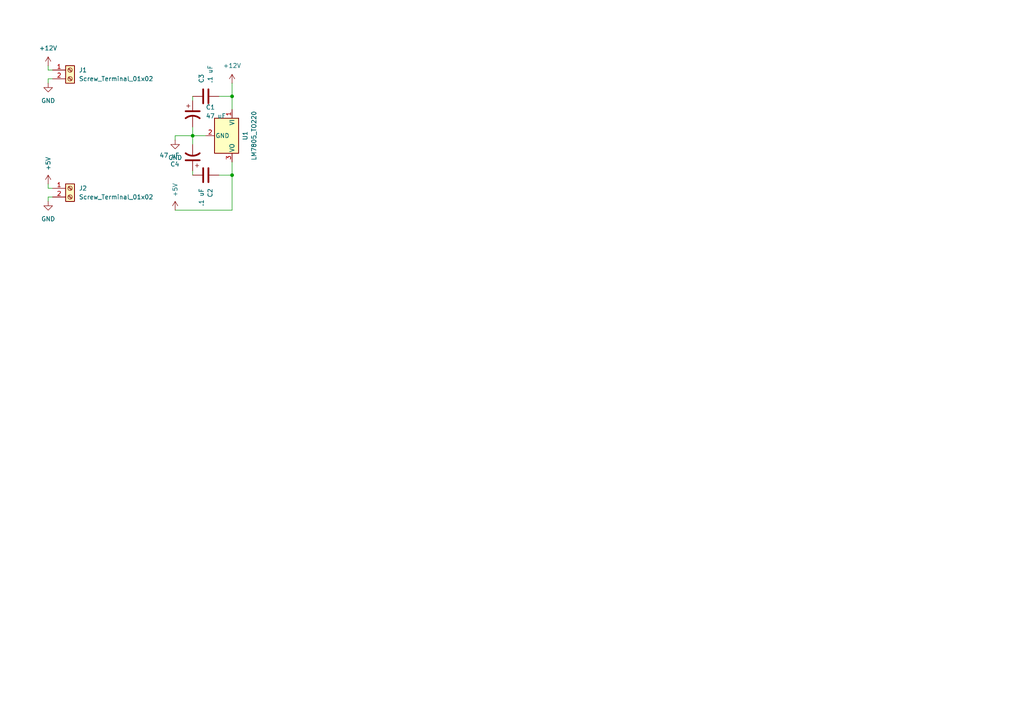
<source format=kicad_sch>
(kicad_sch (version 20250114) (generator "eeschema") (generator_version "9.0")
  (paper "A4")
  (title_block (title "12v to 5v Inverter") (date "10/6/2025") (rev "1.0.0") (company "PCR") (comment 1 "©2025, Aiden Nemec."))
  (lib_symbols
    (symbol "Connector:Screw_Terminal_01x02" (pin_names (offset 1.016) (hide yes))
      (property "Reference" "J" (at 0 2.54 0))
      (property "Value" "Screw_Terminal_01x02" (at 0 -5.08 0))
      (symbol "Screw_Terminal_01x02_1_1"
        (rectangle (start -1.27 1.27) (end 1.27 -3.81) (stroke (width 0.254)) (fill (type background)))
        (polyline (pts (xy -0.5334 0.3302) (xy 0.3302 -0.508)) (stroke (width 0.1524)))
        (polyline (pts (xy -0.5334 -2.2098) (xy 0.3302 -3.048)) (stroke (width 0.1524)))
        (polyline (pts (xy -0.3556 0.508) (xy 0.508 -0.3302)) (stroke (width 0.1524)))
        (polyline (pts (xy -0.3556 -2.032) (xy 0.508 -2.8702)) (stroke (width 0.1524)))
        (circle (center 0 0) (radius 0.635) (stroke (width 0.1524)))
        (circle (center 0 -2.54) (radius 0.635) (stroke (width 0.1524)))
        (pin passive line (at -5.08 0 0) (length 3.81) (name "Pin_1") (number "1"))
        (pin passive line (at -5.08 -2.54 0) (length 3.81) (name "Pin_2") (number "2"))
      )
    )
    (symbol "Device:C" (pin_numbers (hide yes)) (pin_names (offset 0.254))
      (property "Reference" "C" (at 0.635 2.54 0))
      (property "Value" "C" (at 0.635 -2.54 0))
      (symbol "C_0_1"
        (polyline (pts (xy -2.032 0.762) (xy 2.032 0.762)) (stroke (width 0.508)))
        (polyline (pts (xy -2.032 -0.762) (xy 2.032 -0.762)) (stroke (width 0.508)))
      )
      (symbol "C_1_1"
        (pin passive line (at 0 3.81 270) (length 2.794) (name "~") (number "1"))
        (pin passive line (at 0 -3.81 90) (length 2.794) (name "~") (number "2"))
      )
    )
    (symbol "Device:C_Polarized_US" (pin_numbers (hide yes)) (pin_names (offset 0.254) (hide yes))
      (property "Reference" "C" (at 0.635 2.54 0))
      (property "Value" "C_Polarized_US" (at 0.635 -2.54 0))
      (symbol "C_Polarized_US_0_1"
        (polyline (pts (xy -2.032 0.762) (xy 2.032 0.762)) (stroke (width 0.508)))
        (polyline (pts (xy -1.778 2.286) (xy -0.762 2.286)))
        (polyline (pts (xy -1.27 1.778) (xy -1.27 2.794)))
        (arc (start -2.032 -1.27) (mid 0 -0.5572) (end 2.032 -1.27) (stroke (width 0.508)))
      )
      (symbol "C_Polarized_US_1_1"
        (pin passive line (at 0 3.81 270) (length 2.794) (name "~") (number "1"))
        (pin passive line (at 0 -3.81 90) (length 3.302) (name "~") (number "2"))
      )
    )
    (symbol "Regulator_Linear:LM7805_TO220" (pin_names (offset 0.254))
      (property "Reference" "U" (at -3.81 3.175 0))
      (property "Value" "LM7805_TO220" (at 0 3.175 0))
      (symbol "LM7805_TO220_0_1"
        (rectangle (start -5.08 1.905) (end 5.08 -5.08) (stroke (width 0.254)) (fill (type background)))
      )
      (symbol "LM7805_TO220_1_1"
        (pin power_in line (at -7.62 0 0) (length 2.54) (name "VI") (number "1"))
        (pin power_in line (at 0 -7.62 90) (length 2.54) (name "GND") (number "2"))
        (pin power_out line (at 7.62 0 180) (length 2.54) (name "VO") (number "3"))
      )
    )
    (symbol "power:+12V" (power) (pin_numbers (hide yes)) (pin_names (offset 0) (hide yes))
      (property "Value" "+12V" (at 0 3.556 0))
      (symbol "+12V_0_1"
        (polyline (pts (xy -0.762 1.27) (xy 0 2.54)))
        (polyline (pts (xy 0 2.54) (xy 0.762 1.27)))
        (polyline (pts (xy 0 0) (xy 0 2.54)))
      )
      (symbol "+12V_1_1"
        (pin power_in line (at 0 0 90) (length 0) (name "~") (number "1"))
      )
    )
    (symbol "power:+5V" (power) (pin_numbers (hide yes)) (pin_names (offset 0) (hide yes))
      (property "Value" "+5V" (at 0 3.556 0))
      (symbol "+5V_0_1"
        (polyline (pts (xy -0.762 1.27) (xy 0 2.54)))
        (polyline (pts (xy 0 2.54) (xy 0.762 1.27)))
        (polyline (pts (xy 0 0) (xy 0 2.54)))
      )
      (symbol "+5V_1_1"
        (pin power_in line (at 0 0 90) (length 0) (name "~") (number "1"))
      )
    )
    (symbol "power:GND" (power) (pin_numbers (hide yes)) (pin_names (offset 0) (hide yes))
      (property "Value" "GND" (at 0 -3.81 0))
      (symbol "GND_0_1"
        (polyline (pts (xy 0 0) (xy 0 -1.27) (xy 1.27 -1.27) (xy 0 -2.54) (xy -1.27 -1.27) (xy 0 -1.27)))
      )
      (symbol "GND_1_1"
        (pin power_in line (at 0 0 270) (length 0) (name "~") (number "1"))
      )
    )
  )
  (junction (at 67.31 27.94))
  (junction (at 67.31 50.8))
  (junction (at 55.88 39.37))
  (wire (pts (xy 13.97 22.86) (xy 15.24 22.86)))
  (wire (pts (xy 13.97 20.32) (xy 13.97 19.05)))
  (wire (pts (xy 63.5 50.8) (xy 67.31 50.8)))
  (wire (pts (xy 55.88 27.94) (xy 55.88 29.21)))
  (wire (pts (xy 50.8 39.37) (xy 55.88 39.37)))
  (wire (pts (xy 67.31 27.94) (xy 67.31 31.75)))
  (wire (pts (xy 13.97 53.34) (xy 13.97 54.61)))
  (wire (pts (xy 55.88 39.37) (xy 55.88 41.91)))
  (wire (pts (xy 55.88 49.53) (xy 55.88 50.8)))
  (wire (pts (xy 67.31 46.99) (xy 67.31 50.8)))
  (wire (pts (xy 63.5 27.94) (xy 67.31 27.94)))
  (wire (pts (xy 50.8 40.64) (xy 50.8 39.37)))
  (wire (pts (xy 50.8 60.96) (xy 67.31 60.96)))
  (wire (pts (xy 15.24 20.32) (xy 13.97 20.32)))
  (wire (pts (xy 13.97 57.15) (xy 13.97 58.42)))
  (wire (pts (xy 59.69 39.37) (xy 55.88 39.37)))
  (wire (pts (xy 13.97 24.13) (xy 13.97 22.86)))
  (wire (pts (xy 13.97 54.61) (xy 15.24 54.61)))
  (wire (pts (xy 67.31 50.8) (xy 67.31 60.96)))
  (wire (pts (xy 15.24 57.15) (xy 13.97 57.15)))
  (wire (pts (xy 67.31 24.13) (xy 67.31 27.94)))
  (wire (pts (xy 55.88 36.83) (xy 55.88 39.37)))
  (symbol (lib_id "power:GND") (at 50.8 40.64 0) (unit 1)
    (property "Reference" "#PWR05" (effects (hide yes)))
    (property "Value" "GND" (at 50.8 45.72 0))
    (property "Description" "Power symbol creates a global label with name \"GND\" , ground" (effects (hide yes)))
  )
  (symbol (lib_id "power:GND") (at 13.97 58.42 0) (unit 1)
    (property "Reference" "#PWR04" (effects (hide yes)))
    (property "Value" "GND" (at 13.97 63.5 0))
    (property "Description" "Power symbol creates a global label with name \"GND\" , ground" (effects (hide yes)))
  )
  (symbol (lib_id "Device:C") (at 59.69 27.94 90) (unit 1)
    (property "Reference" "C3" (at 58.4199 24.13 0) (effects (justify left)))
    (property "Value" ".1 uF" (at 60.9599 24.13 0) (effects (justify left)))
    (property "Footprint" "Capacitor_SMD:C_0805_2012Metric" (effects (hide yes)))
    (property "Description" "Unpolarized capacitor" (effects (hide yes)))
  )
  (symbol (lib_id "power:+12V") (at 13.97 19.05 0) (unit 1)
    (property "Reference" "#PWR01" (effects (hide yes)))
    (property "Value" "+12V" (at 13.97 13.97 0))
    (property "Description" "Power symbol creates a global label with name \"+12V\"" (effects (hide yes)))
  )
  (symbol (lib_id "Connector:Screw_Terminal_01x02") (at 20.32 20.32 0) (unit 1)
    (property "Reference" "J1" (at 22.86 20.3199 0) (effects (justify left)))
    (property "Value" "Screw_Terminal_01x02" (at 22.86 22.8599 0) (effects (justify left)))
    (property "Footprint" "TerminalBlock_4Ucon:TerminalBlock_4Ucon_1x02_P3.50mm_Vertical" (effects (hide yes)))
    (property "Description" "Generic screw terminal, single row, 01x02, script generated (kicad-library-utils/schlib/autogen/connector/)" (effects (hide yes)))
  )
  (symbol (lib_id "power:+12V") (at 67.31 24.13 0) (unit 1)
    (property "Reference" "#PWR06" (effects (hide yes)))
    (property "Value" "+12V" (at 67.31 19.05 0))
    (property "Description" "Power symbol creates a global label with name \"+12V\"" (effects (hide yes)))
  )
  (symbol (lib_id "power:+5V") (at 50.8 60.96 0) (unit 1)
    (property "Reference" "#PWR07" (effects (hide yes)))
    (property "Value" "+5V" (at 50.8001 57.15 90) (effects (justify left)))
    (property "Description" "Power symbol creates a global label with name \"+5V\"" (effects (hide yes)))
  )
  (symbol (lib_id "power:GND") (at 13.97 24.13 0) (unit 1)
    (property "Reference" "#PWR02" (effects (hide yes)))
    (property "Value" "GND" (at 13.97 29.21 0))
    (property "Description" "Power symbol creates a global label with name \"GND\" , ground" (effects (hide yes)))
  )
  (symbol (lib_id "Device:C_Polarized_US") (at 55.88 33.02 0) (unit 1)
    (property "Reference" "C1" (at 59.69 31.1149 0) (effects (justify left)))
    (property "Value" "47 uF" (at 59.69 33.6549 0) (effects (justify left)))
    (property "Footprint" "Capacitor_THT:CP_Radial_D5.0mm_P2.00mm" (effects (hide yes)))
    (property "Description" "Polarized capacitor, US symbol" (effects (hide yes)))
  )
  (symbol (lib_id "Connector:Screw_Terminal_01x02") (at 20.32 54.61 0) (unit 1)
    (property "Reference" "J2" (at 22.86 54.6099 0) (effects (justify left)))
    (property "Value" "Screw_Terminal_01x02" (at 22.86 57.1499 0) (effects (justify left)))
    (property "Footprint" "TerminalBlock_4Ucon:TerminalBlock_4Ucon_1x02_P3.50mm_Vertical" (effects (hide yes)))
    (property "Description" "Generic screw terminal, single row, 01x02, script generated (kicad-library-utils/schlib/autogen/connector/)" (effects (hide yes)))
  )
  (symbol (lib_id "Device:C_Polarized_US") (at 55.88 45.72 180) (unit 1)
    (property "Reference" "C4" (at 52.07 47.6251 0) (effects (justify left)))
    (property "Value" "47 uF" (at 52.07 45.0851 0) (effects (justify left)))
    (property "Footprint" "Capacitor_THT:CP_Radial_D5.0mm_P2.00mm" (effects (hide yes)))
    (property "Description" "Polarized capacitor, US symbol" (effects (hide yes)))
  )
  (symbol (lib_id "power:+5V") (at 13.97 53.34 0) (unit 1)
    (property "Reference" "#PWR03" (effects (hide yes)))
    (property "Value" "+5V" (at 13.9701 49.53 90) (effects (justify left)))
    (property "Description" "Power symbol creates a global label with name \"+5V\"" (effects (hide yes)))
  )
  (symbol (lib_id "Device:C") (at 59.69 50.8 270) (unit 1)
    (property "Reference" "C2" (at 60.9601 54.61 0) (effects (justify left)))
    (property "Value" ".1 uF" (at 58.4201 54.61 0) (effects (justify left)))
    (property "Footprint" "Capacitor_SMD:C_0805_2012Metric" (effects (hide yes)))
    (property "Description" "Unpolarized capacitor" (effects (hide yes)))
  )
  (symbol (lib_id "Regulator_Linear:LM7805_TO220") (at 67.31 39.37 270) (unit 1)
    (property "Reference" "U1" (at 71.12 39.37 0))
    (property "Value" "LM7805_TO220" (at 73.66 39.37 0))
    (property "Footprint" "Package_TO_SOT_THT:TO-220-3_Vertical" (effects (hide yes)))
    (property "Datasheet" "https://www.onsemi.cn/PowerSolutions/document/MC7800-D.PDF" (effects (hide yes)))
    (property "Description" "Positive 1A 35V Linear Regulator, Fixed Output 5V, TO-220" (effects (hide yes)))
  )
)
</source>
